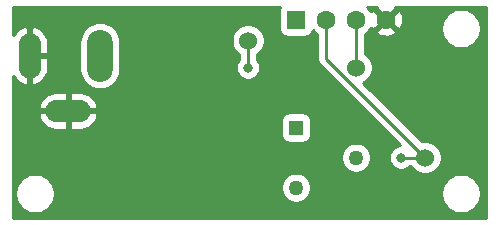
<source format=gbr>
%TF.GenerationSoftware,KiCad,Pcbnew,5.1.10*%
%TF.CreationDate,2021-11-16T14:47:03-07:00*%
%TF.ProjectId,L0003-Wheatstone-Bridge,4c303030-332d-4576-9865-617473746f6e,rev?*%
%TF.SameCoordinates,Original*%
%TF.FileFunction,Copper,L2,Bot*%
%TF.FilePolarity,Positive*%
%FSLAX46Y46*%
G04 Gerber Fmt 4.6, Leading zero omitted, Abs format (unit mm)*
G04 Created by KiCad (PCBNEW 5.1.10) date 2021-11-16 14:47:03*
%MOMM*%
%LPD*%
G01*
G04 APERTURE LIST*
%TA.AperFunction,ComponentPad*%
%ADD10O,2.200000X4.400000*%
%TD*%
%TA.AperFunction,ComponentPad*%
%ADD11O,1.900000X3.800000*%
%TD*%
%TA.AperFunction,ComponentPad*%
%ADD12O,3.800000X1.900000*%
%TD*%
%TA.AperFunction,ComponentPad*%
%ADD13C,1.605000*%
%TD*%
%TA.AperFunction,ComponentPad*%
%ADD14R,1.605000X1.605000*%
%TD*%
%TA.AperFunction,ComponentPad*%
%ADD15R,1.268000X1.268000*%
%TD*%
%TA.AperFunction,ComponentPad*%
%ADD16C,1.268000*%
%TD*%
%TA.AperFunction,SMDPad,CuDef*%
%ADD17C,1.524000*%
%TD*%
%TA.AperFunction,ViaPad*%
%ADD18C,0.800000*%
%TD*%
%TA.AperFunction,Conductor*%
%ADD19C,0.250000*%
%TD*%
%TA.AperFunction,Conductor*%
%ADD20C,0.254000*%
%TD*%
%TA.AperFunction,Conductor*%
%ADD21C,0.100000*%
%TD*%
G04 APERTURE END LIST*
D10*
%TO.P,P1,1*%
%TO.N,Net-(C1-Pad2)*%
X103289000Y-81026000D03*
D11*
%TO.P,P1,2*%
%TO.N,Earth*%
X97334000Y-81026000D03*
D12*
%TO.P,P1,3*%
X100584000Y-85716000D03*
%TD*%
D13*
%TO.P,P2,4*%
%TO.N,Earth*%
X127508000Y-77978000D03*
%TO.P,P2,3*%
%TO.N,Vout-*%
X124968000Y-77978000D03*
%TO.P,P2,2*%
%TO.N,Vout+*%
X122428000Y-77978000D03*
D14*
%TO.P,P2,1*%
%TO.N,+5V*%
X119888000Y-77978000D03*
%TD*%
D15*
%TO.P,R2,1*%
%TO.N,+5V*%
X119888000Y-87122000D03*
D16*
%TO.P,R2,2*%
%TO.N,Vout+*%
X124968000Y-89662000D03*
%TO.P,R2,3*%
%TO.N,Net-(R2-Pad3)*%
X119888000Y-92202000D03*
%TD*%
D17*
%TO.P,TP1,1*%
%TO.N,+5V*%
X115824000Y-79756000D03*
%TD*%
%TO.P,TP2,1*%
%TO.N,Vout+*%
X130810000Y-89662000D03*
%TD*%
%TO.P,TP3,1*%
%TO.N,Vout-*%
X124968000Y-82042000D03*
%TD*%
D18*
%TO.N,Earth*%
X109474000Y-89662000D03*
%TO.N,+5V*%
X115824000Y-82042000D03*
%TO.N,Vout+*%
X128778000Y-89662000D03*
%TD*%
D19*
%TO.N,+5V*%
X115824000Y-82042000D02*
X115824000Y-79756000D01*
%TO.N,Vout-*%
X124968000Y-77978000D02*
X124968000Y-82042000D01*
%TO.N,Vout+*%
X122428000Y-81280000D02*
X130810000Y-89662000D01*
X122428000Y-77978000D02*
X122428000Y-81280000D01*
X128778000Y-89662000D02*
X130810000Y-89662000D01*
%TD*%
D20*
%TO.N,Earth*%
X118495998Y-76931320D02*
X118459688Y-77051018D01*
X118447428Y-77175500D01*
X118447428Y-78780500D01*
X118459688Y-78904982D01*
X118495998Y-79024680D01*
X118554963Y-79134994D01*
X118634315Y-79231685D01*
X118731006Y-79311037D01*
X118841320Y-79370002D01*
X118961018Y-79406312D01*
X119085500Y-79418572D01*
X120690500Y-79418572D01*
X120814982Y-79406312D01*
X120934680Y-79370002D01*
X121044994Y-79311037D01*
X121141685Y-79231685D01*
X121221037Y-79134994D01*
X121280002Y-79024680D01*
X121316312Y-78904982D01*
X121316826Y-78899758D01*
X121511647Y-79094579D01*
X121668000Y-79199051D01*
X121668001Y-81242668D01*
X121664324Y-81280000D01*
X121668001Y-81317333D01*
X121674393Y-81382226D01*
X121678998Y-81428985D01*
X121722454Y-81572246D01*
X121793026Y-81704276D01*
X121864201Y-81791002D01*
X121888000Y-81820001D01*
X121916998Y-81843799D01*
X128700198Y-88627000D01*
X128676061Y-88627000D01*
X128476102Y-88666774D01*
X128287744Y-88744795D01*
X128118226Y-88858063D01*
X127974063Y-89002226D01*
X127860795Y-89171744D01*
X127782774Y-89360102D01*
X127743000Y-89560061D01*
X127743000Y-89763939D01*
X127782774Y-89963898D01*
X127860795Y-90152256D01*
X127974063Y-90321774D01*
X128118226Y-90465937D01*
X128287744Y-90579205D01*
X128476102Y-90657226D01*
X128676061Y-90697000D01*
X128879939Y-90697000D01*
X129079898Y-90657226D01*
X129268256Y-90579205D01*
X129437774Y-90465937D01*
X129481711Y-90422000D01*
X129637659Y-90422000D01*
X129724880Y-90552535D01*
X129919465Y-90747120D01*
X130148273Y-90900005D01*
X130402510Y-91005314D01*
X130672408Y-91059000D01*
X130947592Y-91059000D01*
X131217490Y-91005314D01*
X131471727Y-90900005D01*
X131700535Y-90747120D01*
X131895120Y-90552535D01*
X132048005Y-90323727D01*
X132153314Y-90069490D01*
X132207000Y-89799592D01*
X132207000Y-89524408D01*
X132153314Y-89254510D01*
X132048005Y-89000273D01*
X131895120Y-88771465D01*
X131700535Y-88576880D01*
X131471727Y-88423995D01*
X131217490Y-88318686D01*
X130947592Y-88265000D01*
X130672408Y-88265000D01*
X130518430Y-88295628D01*
X125539981Y-83317179D01*
X125629727Y-83280005D01*
X125858535Y-83127120D01*
X126053120Y-82932535D01*
X126206005Y-82703727D01*
X126311314Y-82449490D01*
X126365000Y-82179592D01*
X126365000Y-81904408D01*
X126311314Y-81634510D01*
X126206005Y-81380273D01*
X126053120Y-81151465D01*
X125858535Y-80956880D01*
X125728000Y-80869659D01*
X125728000Y-79199051D01*
X125884353Y-79094579D01*
X126006445Y-78972487D01*
X126693118Y-78972487D01*
X126765004Y-79216712D01*
X127020941Y-79337862D01*
X127295596Y-79406752D01*
X127578413Y-79420738D01*
X127858524Y-79379279D01*
X128125165Y-79283970D01*
X128250996Y-79216712D01*
X128322882Y-78972487D01*
X127508000Y-78157605D01*
X126693118Y-78972487D01*
X126006445Y-78972487D01*
X126084579Y-78894353D01*
X126238678Y-78663728D01*
X126269288Y-78720996D01*
X126513513Y-78792882D01*
X127328395Y-77978000D01*
X127687605Y-77978000D01*
X128502487Y-78792882D01*
X128746712Y-78720996D01*
X128816273Y-78574042D01*
X132173000Y-78574042D01*
X132173000Y-78905958D01*
X132237754Y-79231496D01*
X132364772Y-79538147D01*
X132549175Y-79814125D01*
X132783875Y-80048825D01*
X133059853Y-80233228D01*
X133366504Y-80360246D01*
X133692042Y-80425000D01*
X134023958Y-80425000D01*
X134349496Y-80360246D01*
X134656147Y-80233228D01*
X134932125Y-80048825D01*
X135166825Y-79814125D01*
X135351228Y-79538147D01*
X135478246Y-79231496D01*
X135543000Y-78905958D01*
X135543000Y-78574042D01*
X135478246Y-78248504D01*
X135351228Y-77941853D01*
X135166825Y-77665875D01*
X134932125Y-77431175D01*
X134656147Y-77246772D01*
X134349496Y-77119754D01*
X134023958Y-77055000D01*
X133692042Y-77055000D01*
X133366504Y-77119754D01*
X133059853Y-77246772D01*
X132783875Y-77431175D01*
X132549175Y-77665875D01*
X132364772Y-77941853D01*
X132237754Y-78248504D01*
X132173000Y-78574042D01*
X128816273Y-78574042D01*
X128867862Y-78465059D01*
X128936752Y-78190404D01*
X128950738Y-77907587D01*
X128909279Y-77627476D01*
X128813970Y-77360835D01*
X128746712Y-77235004D01*
X128502487Y-77163118D01*
X127687605Y-77978000D01*
X127328395Y-77978000D01*
X126513513Y-77163118D01*
X126269288Y-77235004D01*
X126240727Y-77295340D01*
X126084579Y-77061647D01*
X125932932Y-76910000D01*
X126714756Y-76910000D01*
X126693118Y-76983513D01*
X127508000Y-77798395D01*
X128322882Y-76983513D01*
X128301244Y-76910000D01*
X135942000Y-76910000D01*
X135942001Y-94794000D01*
X95960000Y-94794000D01*
X95960000Y-92544042D01*
X96105000Y-92544042D01*
X96105000Y-92875958D01*
X96169754Y-93201496D01*
X96296772Y-93508147D01*
X96481175Y-93784125D01*
X96715875Y-94018825D01*
X96991853Y-94203228D01*
X97298504Y-94330246D01*
X97624042Y-94395000D01*
X97955958Y-94395000D01*
X98281496Y-94330246D01*
X98588147Y-94203228D01*
X98864125Y-94018825D01*
X99098825Y-93784125D01*
X99283228Y-93508147D01*
X99410246Y-93201496D01*
X99475000Y-92875958D01*
X99475000Y-92544042D01*
X99410246Y-92218504D01*
X99351640Y-92077014D01*
X118619000Y-92077014D01*
X118619000Y-92326986D01*
X118667767Y-92572154D01*
X118763427Y-92803097D01*
X118902303Y-93010940D01*
X119079060Y-93187697D01*
X119286903Y-93326573D01*
X119517846Y-93422233D01*
X119763014Y-93471000D01*
X120012986Y-93471000D01*
X120258154Y-93422233D01*
X120489097Y-93326573D01*
X120696940Y-93187697D01*
X120873697Y-93010940D01*
X121012573Y-92803097D01*
X121108233Y-92572154D01*
X121113824Y-92544042D01*
X132173000Y-92544042D01*
X132173000Y-92875958D01*
X132237754Y-93201496D01*
X132364772Y-93508147D01*
X132549175Y-93784125D01*
X132783875Y-94018825D01*
X133059853Y-94203228D01*
X133366504Y-94330246D01*
X133692042Y-94395000D01*
X134023958Y-94395000D01*
X134349496Y-94330246D01*
X134656147Y-94203228D01*
X134932125Y-94018825D01*
X135166825Y-93784125D01*
X135351228Y-93508147D01*
X135478246Y-93201496D01*
X135543000Y-92875958D01*
X135543000Y-92544042D01*
X135478246Y-92218504D01*
X135351228Y-91911853D01*
X135166825Y-91635875D01*
X134932125Y-91401175D01*
X134656147Y-91216772D01*
X134349496Y-91089754D01*
X134023958Y-91025000D01*
X133692042Y-91025000D01*
X133366504Y-91089754D01*
X133059853Y-91216772D01*
X132783875Y-91401175D01*
X132549175Y-91635875D01*
X132364772Y-91911853D01*
X132237754Y-92218504D01*
X132173000Y-92544042D01*
X121113824Y-92544042D01*
X121157000Y-92326986D01*
X121157000Y-92077014D01*
X121108233Y-91831846D01*
X121012573Y-91600903D01*
X120873697Y-91393060D01*
X120696940Y-91216303D01*
X120489097Y-91077427D01*
X120258154Y-90981767D01*
X120012986Y-90933000D01*
X119763014Y-90933000D01*
X119517846Y-90981767D01*
X119286903Y-91077427D01*
X119079060Y-91216303D01*
X118902303Y-91393060D01*
X118763427Y-91600903D01*
X118667767Y-91831846D01*
X118619000Y-92077014D01*
X99351640Y-92077014D01*
X99283228Y-91911853D01*
X99098825Y-91635875D01*
X98864125Y-91401175D01*
X98588147Y-91216772D01*
X98281496Y-91089754D01*
X97955958Y-91025000D01*
X97624042Y-91025000D01*
X97298504Y-91089754D01*
X96991853Y-91216772D01*
X96715875Y-91401175D01*
X96481175Y-91635875D01*
X96296772Y-91911853D01*
X96169754Y-92218504D01*
X96105000Y-92544042D01*
X95960000Y-92544042D01*
X95960000Y-89537014D01*
X123699000Y-89537014D01*
X123699000Y-89786986D01*
X123747767Y-90032154D01*
X123843427Y-90263097D01*
X123982303Y-90470940D01*
X124159060Y-90647697D01*
X124366903Y-90786573D01*
X124597846Y-90882233D01*
X124843014Y-90931000D01*
X125092986Y-90931000D01*
X125338154Y-90882233D01*
X125569097Y-90786573D01*
X125776940Y-90647697D01*
X125953697Y-90470940D01*
X126092573Y-90263097D01*
X126188233Y-90032154D01*
X126237000Y-89786986D01*
X126237000Y-89537014D01*
X126188233Y-89291846D01*
X126092573Y-89060903D01*
X125953697Y-88853060D01*
X125776940Y-88676303D01*
X125569097Y-88537427D01*
X125338154Y-88441767D01*
X125092986Y-88393000D01*
X124843014Y-88393000D01*
X124597846Y-88441767D01*
X124366903Y-88537427D01*
X124159060Y-88676303D01*
X123982303Y-88853060D01*
X123843427Y-89060903D01*
X123747767Y-89291846D01*
X123699000Y-89537014D01*
X95960000Y-89537014D01*
X95960000Y-86088588D01*
X98093414Y-86088588D01*
X98121051Y-86205221D01*
X98245564Y-86490983D01*
X98423434Y-86746962D01*
X98647825Y-86963322D01*
X98910114Y-87131748D01*
X99200222Y-87245768D01*
X99507000Y-87301000D01*
X100457000Y-87301000D01*
X100457000Y-85843000D01*
X100711000Y-85843000D01*
X100711000Y-87301000D01*
X101661000Y-87301000D01*
X101967778Y-87245768D01*
X102257886Y-87131748D01*
X102520175Y-86963322D01*
X102744566Y-86746962D01*
X102922436Y-86490983D01*
X102923735Y-86488000D01*
X118615928Y-86488000D01*
X118615928Y-87756000D01*
X118628188Y-87880482D01*
X118664498Y-88000180D01*
X118723463Y-88110494D01*
X118802815Y-88207185D01*
X118899506Y-88286537D01*
X119009820Y-88345502D01*
X119129518Y-88381812D01*
X119254000Y-88394072D01*
X120522000Y-88394072D01*
X120646482Y-88381812D01*
X120766180Y-88345502D01*
X120876494Y-88286537D01*
X120973185Y-88207185D01*
X121052537Y-88110494D01*
X121111502Y-88000180D01*
X121147812Y-87880482D01*
X121160072Y-87756000D01*
X121160072Y-86488000D01*
X121147812Y-86363518D01*
X121111502Y-86243820D01*
X121052537Y-86133506D01*
X120973185Y-86036815D01*
X120876494Y-85957463D01*
X120766180Y-85898498D01*
X120646482Y-85862188D01*
X120522000Y-85849928D01*
X119254000Y-85849928D01*
X119129518Y-85862188D01*
X119009820Y-85898498D01*
X118899506Y-85957463D01*
X118802815Y-86036815D01*
X118723463Y-86133506D01*
X118664498Y-86243820D01*
X118628188Y-86363518D01*
X118615928Y-86488000D01*
X102923735Y-86488000D01*
X103046949Y-86205221D01*
X103074586Y-86088588D01*
X102954584Y-85843000D01*
X100711000Y-85843000D01*
X100457000Y-85843000D01*
X98213416Y-85843000D01*
X98093414Y-86088588D01*
X95960000Y-86088588D01*
X95960000Y-85343412D01*
X98093414Y-85343412D01*
X98213416Y-85589000D01*
X100457000Y-85589000D01*
X100457000Y-84131000D01*
X100711000Y-84131000D01*
X100711000Y-85589000D01*
X102954584Y-85589000D01*
X103074586Y-85343412D01*
X103046949Y-85226779D01*
X102922436Y-84941017D01*
X102744566Y-84685038D01*
X102520175Y-84468678D01*
X102257886Y-84300252D01*
X101967778Y-84186232D01*
X101661000Y-84131000D01*
X100711000Y-84131000D01*
X100457000Y-84131000D01*
X99507000Y-84131000D01*
X99200222Y-84186232D01*
X98910114Y-84300252D01*
X98647825Y-84468678D01*
X98423434Y-84685038D01*
X98245564Y-84941017D01*
X98121051Y-85226779D01*
X98093414Y-85343412D01*
X95960000Y-85343412D01*
X95960000Y-82764900D01*
X96086678Y-82962175D01*
X96303038Y-83186566D01*
X96559017Y-83364436D01*
X96844779Y-83488949D01*
X96961412Y-83516586D01*
X97207000Y-83396584D01*
X97207000Y-81153000D01*
X97461000Y-81153000D01*
X97461000Y-83396584D01*
X97706588Y-83516586D01*
X97823221Y-83488949D01*
X98108983Y-83364436D01*
X98364962Y-83186566D01*
X98581322Y-82962175D01*
X98749748Y-82699886D01*
X98863768Y-82409778D01*
X98899515Y-82211224D01*
X101554000Y-82211224D01*
X101579105Y-82466118D01*
X101678314Y-82793167D01*
X101839421Y-83094577D01*
X102056234Y-83358766D01*
X102320422Y-83575579D01*
X102621832Y-83736686D01*
X102948881Y-83835895D01*
X103289000Y-83869394D01*
X103629118Y-83835895D01*
X103956167Y-83736686D01*
X104257577Y-83575579D01*
X104521766Y-83358766D01*
X104738579Y-83094578D01*
X104899686Y-82793168D01*
X104998895Y-82466119D01*
X105024000Y-82211225D01*
X105024000Y-79840775D01*
X105002099Y-79618408D01*
X114427000Y-79618408D01*
X114427000Y-79893592D01*
X114480686Y-80163490D01*
X114585995Y-80417727D01*
X114738880Y-80646535D01*
X114933465Y-80841120D01*
X115064000Y-80928341D01*
X115064000Y-81338289D01*
X115020063Y-81382226D01*
X114906795Y-81551744D01*
X114828774Y-81740102D01*
X114789000Y-81940061D01*
X114789000Y-82143939D01*
X114828774Y-82343898D01*
X114906795Y-82532256D01*
X115020063Y-82701774D01*
X115164226Y-82845937D01*
X115333744Y-82959205D01*
X115522102Y-83037226D01*
X115722061Y-83077000D01*
X115925939Y-83077000D01*
X116125898Y-83037226D01*
X116314256Y-82959205D01*
X116483774Y-82845937D01*
X116627937Y-82701774D01*
X116741205Y-82532256D01*
X116819226Y-82343898D01*
X116859000Y-82143939D01*
X116859000Y-81940061D01*
X116819226Y-81740102D01*
X116741205Y-81551744D01*
X116627937Y-81382226D01*
X116584000Y-81338289D01*
X116584000Y-80928341D01*
X116714535Y-80841120D01*
X116909120Y-80646535D01*
X117062005Y-80417727D01*
X117167314Y-80163490D01*
X117221000Y-79893592D01*
X117221000Y-79618408D01*
X117167314Y-79348510D01*
X117062005Y-79094273D01*
X116909120Y-78865465D01*
X116714535Y-78670880D01*
X116485727Y-78517995D01*
X116231490Y-78412686D01*
X115961592Y-78359000D01*
X115686408Y-78359000D01*
X115416510Y-78412686D01*
X115162273Y-78517995D01*
X114933465Y-78670880D01*
X114738880Y-78865465D01*
X114585995Y-79094273D01*
X114480686Y-79348510D01*
X114427000Y-79618408D01*
X105002099Y-79618408D01*
X104998895Y-79585881D01*
X104899686Y-79258832D01*
X104738579Y-78957422D01*
X104521766Y-78693234D01*
X104257578Y-78476421D01*
X103956168Y-78315314D01*
X103629119Y-78216105D01*
X103289000Y-78182606D01*
X102948882Y-78216105D01*
X102621833Y-78315314D01*
X102320423Y-78476421D01*
X102056235Y-78693234D01*
X101839422Y-78957422D01*
X101678315Y-79258832D01*
X101579106Y-79585881D01*
X101554001Y-79840775D01*
X101554000Y-82211224D01*
X98899515Y-82211224D01*
X98919000Y-82103000D01*
X98919000Y-81153000D01*
X97461000Y-81153000D01*
X97207000Y-81153000D01*
X97187000Y-81153000D01*
X97187000Y-80899000D01*
X97207000Y-80899000D01*
X97207000Y-78655416D01*
X97461000Y-78655416D01*
X97461000Y-80899000D01*
X98919000Y-80899000D01*
X98919000Y-79949000D01*
X98863768Y-79642222D01*
X98749748Y-79352114D01*
X98581322Y-79089825D01*
X98364962Y-78865434D01*
X98108983Y-78687564D01*
X97823221Y-78563051D01*
X97706588Y-78535414D01*
X97461000Y-78655416D01*
X97207000Y-78655416D01*
X96961412Y-78535414D01*
X96844779Y-78563051D01*
X96559017Y-78687564D01*
X96303038Y-78865434D01*
X96086678Y-79089825D01*
X95960000Y-79287100D01*
X95960000Y-76910000D01*
X118507394Y-76910000D01*
X118495998Y-76931320D01*
%TA.AperFunction,Conductor*%
D21*
G36*
X118495998Y-76931320D02*
G01*
X118459688Y-77051018D01*
X118447428Y-77175500D01*
X118447428Y-78780500D01*
X118459688Y-78904982D01*
X118495998Y-79024680D01*
X118554963Y-79134994D01*
X118634315Y-79231685D01*
X118731006Y-79311037D01*
X118841320Y-79370002D01*
X118961018Y-79406312D01*
X119085500Y-79418572D01*
X120690500Y-79418572D01*
X120814982Y-79406312D01*
X120934680Y-79370002D01*
X121044994Y-79311037D01*
X121141685Y-79231685D01*
X121221037Y-79134994D01*
X121280002Y-79024680D01*
X121316312Y-78904982D01*
X121316826Y-78899758D01*
X121511647Y-79094579D01*
X121668000Y-79199051D01*
X121668001Y-81242668D01*
X121664324Y-81280000D01*
X121668001Y-81317333D01*
X121674393Y-81382226D01*
X121678998Y-81428985D01*
X121722454Y-81572246D01*
X121793026Y-81704276D01*
X121864201Y-81791002D01*
X121888000Y-81820001D01*
X121916998Y-81843799D01*
X128700198Y-88627000D01*
X128676061Y-88627000D01*
X128476102Y-88666774D01*
X128287744Y-88744795D01*
X128118226Y-88858063D01*
X127974063Y-89002226D01*
X127860795Y-89171744D01*
X127782774Y-89360102D01*
X127743000Y-89560061D01*
X127743000Y-89763939D01*
X127782774Y-89963898D01*
X127860795Y-90152256D01*
X127974063Y-90321774D01*
X128118226Y-90465937D01*
X128287744Y-90579205D01*
X128476102Y-90657226D01*
X128676061Y-90697000D01*
X128879939Y-90697000D01*
X129079898Y-90657226D01*
X129268256Y-90579205D01*
X129437774Y-90465937D01*
X129481711Y-90422000D01*
X129637659Y-90422000D01*
X129724880Y-90552535D01*
X129919465Y-90747120D01*
X130148273Y-90900005D01*
X130402510Y-91005314D01*
X130672408Y-91059000D01*
X130947592Y-91059000D01*
X131217490Y-91005314D01*
X131471727Y-90900005D01*
X131700535Y-90747120D01*
X131895120Y-90552535D01*
X132048005Y-90323727D01*
X132153314Y-90069490D01*
X132207000Y-89799592D01*
X132207000Y-89524408D01*
X132153314Y-89254510D01*
X132048005Y-89000273D01*
X131895120Y-88771465D01*
X131700535Y-88576880D01*
X131471727Y-88423995D01*
X131217490Y-88318686D01*
X130947592Y-88265000D01*
X130672408Y-88265000D01*
X130518430Y-88295628D01*
X125539981Y-83317179D01*
X125629727Y-83280005D01*
X125858535Y-83127120D01*
X126053120Y-82932535D01*
X126206005Y-82703727D01*
X126311314Y-82449490D01*
X126365000Y-82179592D01*
X126365000Y-81904408D01*
X126311314Y-81634510D01*
X126206005Y-81380273D01*
X126053120Y-81151465D01*
X125858535Y-80956880D01*
X125728000Y-80869659D01*
X125728000Y-79199051D01*
X125884353Y-79094579D01*
X126006445Y-78972487D01*
X126693118Y-78972487D01*
X126765004Y-79216712D01*
X127020941Y-79337862D01*
X127295596Y-79406752D01*
X127578413Y-79420738D01*
X127858524Y-79379279D01*
X128125165Y-79283970D01*
X128250996Y-79216712D01*
X128322882Y-78972487D01*
X127508000Y-78157605D01*
X126693118Y-78972487D01*
X126006445Y-78972487D01*
X126084579Y-78894353D01*
X126238678Y-78663728D01*
X126269288Y-78720996D01*
X126513513Y-78792882D01*
X127328395Y-77978000D01*
X127687605Y-77978000D01*
X128502487Y-78792882D01*
X128746712Y-78720996D01*
X128816273Y-78574042D01*
X132173000Y-78574042D01*
X132173000Y-78905958D01*
X132237754Y-79231496D01*
X132364772Y-79538147D01*
X132549175Y-79814125D01*
X132783875Y-80048825D01*
X133059853Y-80233228D01*
X133366504Y-80360246D01*
X133692042Y-80425000D01*
X134023958Y-80425000D01*
X134349496Y-80360246D01*
X134656147Y-80233228D01*
X134932125Y-80048825D01*
X135166825Y-79814125D01*
X135351228Y-79538147D01*
X135478246Y-79231496D01*
X135543000Y-78905958D01*
X135543000Y-78574042D01*
X135478246Y-78248504D01*
X135351228Y-77941853D01*
X135166825Y-77665875D01*
X134932125Y-77431175D01*
X134656147Y-77246772D01*
X134349496Y-77119754D01*
X134023958Y-77055000D01*
X133692042Y-77055000D01*
X133366504Y-77119754D01*
X133059853Y-77246772D01*
X132783875Y-77431175D01*
X132549175Y-77665875D01*
X132364772Y-77941853D01*
X132237754Y-78248504D01*
X132173000Y-78574042D01*
X128816273Y-78574042D01*
X128867862Y-78465059D01*
X128936752Y-78190404D01*
X128950738Y-77907587D01*
X128909279Y-77627476D01*
X128813970Y-77360835D01*
X128746712Y-77235004D01*
X128502487Y-77163118D01*
X127687605Y-77978000D01*
X127328395Y-77978000D01*
X126513513Y-77163118D01*
X126269288Y-77235004D01*
X126240727Y-77295340D01*
X126084579Y-77061647D01*
X125932932Y-76910000D01*
X126714756Y-76910000D01*
X126693118Y-76983513D01*
X127508000Y-77798395D01*
X128322882Y-76983513D01*
X128301244Y-76910000D01*
X135942000Y-76910000D01*
X135942001Y-94794000D01*
X95960000Y-94794000D01*
X95960000Y-92544042D01*
X96105000Y-92544042D01*
X96105000Y-92875958D01*
X96169754Y-93201496D01*
X96296772Y-93508147D01*
X96481175Y-93784125D01*
X96715875Y-94018825D01*
X96991853Y-94203228D01*
X97298504Y-94330246D01*
X97624042Y-94395000D01*
X97955958Y-94395000D01*
X98281496Y-94330246D01*
X98588147Y-94203228D01*
X98864125Y-94018825D01*
X99098825Y-93784125D01*
X99283228Y-93508147D01*
X99410246Y-93201496D01*
X99475000Y-92875958D01*
X99475000Y-92544042D01*
X99410246Y-92218504D01*
X99351640Y-92077014D01*
X118619000Y-92077014D01*
X118619000Y-92326986D01*
X118667767Y-92572154D01*
X118763427Y-92803097D01*
X118902303Y-93010940D01*
X119079060Y-93187697D01*
X119286903Y-93326573D01*
X119517846Y-93422233D01*
X119763014Y-93471000D01*
X120012986Y-93471000D01*
X120258154Y-93422233D01*
X120489097Y-93326573D01*
X120696940Y-93187697D01*
X120873697Y-93010940D01*
X121012573Y-92803097D01*
X121108233Y-92572154D01*
X121113824Y-92544042D01*
X132173000Y-92544042D01*
X132173000Y-92875958D01*
X132237754Y-93201496D01*
X132364772Y-93508147D01*
X132549175Y-93784125D01*
X132783875Y-94018825D01*
X133059853Y-94203228D01*
X133366504Y-94330246D01*
X133692042Y-94395000D01*
X134023958Y-94395000D01*
X134349496Y-94330246D01*
X134656147Y-94203228D01*
X134932125Y-94018825D01*
X135166825Y-93784125D01*
X135351228Y-93508147D01*
X135478246Y-93201496D01*
X135543000Y-92875958D01*
X135543000Y-92544042D01*
X135478246Y-92218504D01*
X135351228Y-91911853D01*
X135166825Y-91635875D01*
X134932125Y-91401175D01*
X134656147Y-91216772D01*
X134349496Y-91089754D01*
X134023958Y-91025000D01*
X133692042Y-91025000D01*
X133366504Y-91089754D01*
X133059853Y-91216772D01*
X132783875Y-91401175D01*
X132549175Y-91635875D01*
X132364772Y-91911853D01*
X132237754Y-92218504D01*
X132173000Y-92544042D01*
X121113824Y-92544042D01*
X121157000Y-92326986D01*
X121157000Y-92077014D01*
X121108233Y-91831846D01*
X121012573Y-91600903D01*
X120873697Y-91393060D01*
X120696940Y-91216303D01*
X120489097Y-91077427D01*
X120258154Y-90981767D01*
X120012986Y-90933000D01*
X119763014Y-90933000D01*
X119517846Y-90981767D01*
X119286903Y-91077427D01*
X119079060Y-91216303D01*
X118902303Y-91393060D01*
X118763427Y-91600903D01*
X118667767Y-91831846D01*
X118619000Y-92077014D01*
X99351640Y-92077014D01*
X99283228Y-91911853D01*
X99098825Y-91635875D01*
X98864125Y-91401175D01*
X98588147Y-91216772D01*
X98281496Y-91089754D01*
X97955958Y-91025000D01*
X97624042Y-91025000D01*
X97298504Y-91089754D01*
X96991853Y-91216772D01*
X96715875Y-91401175D01*
X96481175Y-91635875D01*
X96296772Y-91911853D01*
X96169754Y-92218504D01*
X96105000Y-92544042D01*
X95960000Y-92544042D01*
X95960000Y-89537014D01*
X123699000Y-89537014D01*
X123699000Y-89786986D01*
X123747767Y-90032154D01*
X123843427Y-90263097D01*
X123982303Y-90470940D01*
X124159060Y-90647697D01*
X124366903Y-90786573D01*
X124597846Y-90882233D01*
X124843014Y-90931000D01*
X125092986Y-90931000D01*
X125338154Y-90882233D01*
X125569097Y-90786573D01*
X125776940Y-90647697D01*
X125953697Y-90470940D01*
X126092573Y-90263097D01*
X126188233Y-90032154D01*
X126237000Y-89786986D01*
X126237000Y-89537014D01*
X126188233Y-89291846D01*
X126092573Y-89060903D01*
X125953697Y-88853060D01*
X125776940Y-88676303D01*
X125569097Y-88537427D01*
X125338154Y-88441767D01*
X125092986Y-88393000D01*
X124843014Y-88393000D01*
X124597846Y-88441767D01*
X124366903Y-88537427D01*
X124159060Y-88676303D01*
X123982303Y-88853060D01*
X123843427Y-89060903D01*
X123747767Y-89291846D01*
X123699000Y-89537014D01*
X95960000Y-89537014D01*
X95960000Y-86088588D01*
X98093414Y-86088588D01*
X98121051Y-86205221D01*
X98245564Y-86490983D01*
X98423434Y-86746962D01*
X98647825Y-86963322D01*
X98910114Y-87131748D01*
X99200222Y-87245768D01*
X99507000Y-87301000D01*
X100457000Y-87301000D01*
X100457000Y-85843000D01*
X100711000Y-85843000D01*
X100711000Y-87301000D01*
X101661000Y-87301000D01*
X101967778Y-87245768D01*
X102257886Y-87131748D01*
X102520175Y-86963322D01*
X102744566Y-86746962D01*
X102922436Y-86490983D01*
X102923735Y-86488000D01*
X118615928Y-86488000D01*
X118615928Y-87756000D01*
X118628188Y-87880482D01*
X118664498Y-88000180D01*
X118723463Y-88110494D01*
X118802815Y-88207185D01*
X118899506Y-88286537D01*
X119009820Y-88345502D01*
X119129518Y-88381812D01*
X119254000Y-88394072D01*
X120522000Y-88394072D01*
X120646482Y-88381812D01*
X120766180Y-88345502D01*
X120876494Y-88286537D01*
X120973185Y-88207185D01*
X121052537Y-88110494D01*
X121111502Y-88000180D01*
X121147812Y-87880482D01*
X121160072Y-87756000D01*
X121160072Y-86488000D01*
X121147812Y-86363518D01*
X121111502Y-86243820D01*
X121052537Y-86133506D01*
X120973185Y-86036815D01*
X120876494Y-85957463D01*
X120766180Y-85898498D01*
X120646482Y-85862188D01*
X120522000Y-85849928D01*
X119254000Y-85849928D01*
X119129518Y-85862188D01*
X119009820Y-85898498D01*
X118899506Y-85957463D01*
X118802815Y-86036815D01*
X118723463Y-86133506D01*
X118664498Y-86243820D01*
X118628188Y-86363518D01*
X118615928Y-86488000D01*
X102923735Y-86488000D01*
X103046949Y-86205221D01*
X103074586Y-86088588D01*
X102954584Y-85843000D01*
X100711000Y-85843000D01*
X100457000Y-85843000D01*
X98213416Y-85843000D01*
X98093414Y-86088588D01*
X95960000Y-86088588D01*
X95960000Y-85343412D01*
X98093414Y-85343412D01*
X98213416Y-85589000D01*
X100457000Y-85589000D01*
X100457000Y-84131000D01*
X100711000Y-84131000D01*
X100711000Y-85589000D01*
X102954584Y-85589000D01*
X103074586Y-85343412D01*
X103046949Y-85226779D01*
X102922436Y-84941017D01*
X102744566Y-84685038D01*
X102520175Y-84468678D01*
X102257886Y-84300252D01*
X101967778Y-84186232D01*
X101661000Y-84131000D01*
X100711000Y-84131000D01*
X100457000Y-84131000D01*
X99507000Y-84131000D01*
X99200222Y-84186232D01*
X98910114Y-84300252D01*
X98647825Y-84468678D01*
X98423434Y-84685038D01*
X98245564Y-84941017D01*
X98121051Y-85226779D01*
X98093414Y-85343412D01*
X95960000Y-85343412D01*
X95960000Y-82764900D01*
X96086678Y-82962175D01*
X96303038Y-83186566D01*
X96559017Y-83364436D01*
X96844779Y-83488949D01*
X96961412Y-83516586D01*
X97207000Y-83396584D01*
X97207000Y-81153000D01*
X97461000Y-81153000D01*
X97461000Y-83396584D01*
X97706588Y-83516586D01*
X97823221Y-83488949D01*
X98108983Y-83364436D01*
X98364962Y-83186566D01*
X98581322Y-82962175D01*
X98749748Y-82699886D01*
X98863768Y-82409778D01*
X98899515Y-82211224D01*
X101554000Y-82211224D01*
X101579105Y-82466118D01*
X101678314Y-82793167D01*
X101839421Y-83094577D01*
X102056234Y-83358766D01*
X102320422Y-83575579D01*
X102621832Y-83736686D01*
X102948881Y-83835895D01*
X103289000Y-83869394D01*
X103629118Y-83835895D01*
X103956167Y-83736686D01*
X104257577Y-83575579D01*
X104521766Y-83358766D01*
X104738579Y-83094578D01*
X104899686Y-82793168D01*
X104998895Y-82466119D01*
X105024000Y-82211225D01*
X105024000Y-79840775D01*
X105002099Y-79618408D01*
X114427000Y-79618408D01*
X114427000Y-79893592D01*
X114480686Y-80163490D01*
X114585995Y-80417727D01*
X114738880Y-80646535D01*
X114933465Y-80841120D01*
X115064000Y-80928341D01*
X115064000Y-81338289D01*
X115020063Y-81382226D01*
X114906795Y-81551744D01*
X114828774Y-81740102D01*
X114789000Y-81940061D01*
X114789000Y-82143939D01*
X114828774Y-82343898D01*
X114906795Y-82532256D01*
X115020063Y-82701774D01*
X115164226Y-82845937D01*
X115333744Y-82959205D01*
X115522102Y-83037226D01*
X115722061Y-83077000D01*
X115925939Y-83077000D01*
X116125898Y-83037226D01*
X116314256Y-82959205D01*
X116483774Y-82845937D01*
X116627937Y-82701774D01*
X116741205Y-82532256D01*
X116819226Y-82343898D01*
X116859000Y-82143939D01*
X116859000Y-81940061D01*
X116819226Y-81740102D01*
X116741205Y-81551744D01*
X116627937Y-81382226D01*
X116584000Y-81338289D01*
X116584000Y-80928341D01*
X116714535Y-80841120D01*
X116909120Y-80646535D01*
X117062005Y-80417727D01*
X117167314Y-80163490D01*
X117221000Y-79893592D01*
X117221000Y-79618408D01*
X117167314Y-79348510D01*
X117062005Y-79094273D01*
X116909120Y-78865465D01*
X116714535Y-78670880D01*
X116485727Y-78517995D01*
X116231490Y-78412686D01*
X115961592Y-78359000D01*
X115686408Y-78359000D01*
X115416510Y-78412686D01*
X115162273Y-78517995D01*
X114933465Y-78670880D01*
X114738880Y-78865465D01*
X114585995Y-79094273D01*
X114480686Y-79348510D01*
X114427000Y-79618408D01*
X105002099Y-79618408D01*
X104998895Y-79585881D01*
X104899686Y-79258832D01*
X104738579Y-78957422D01*
X104521766Y-78693234D01*
X104257578Y-78476421D01*
X103956168Y-78315314D01*
X103629119Y-78216105D01*
X103289000Y-78182606D01*
X102948882Y-78216105D01*
X102621833Y-78315314D01*
X102320423Y-78476421D01*
X102056235Y-78693234D01*
X101839422Y-78957422D01*
X101678315Y-79258832D01*
X101579106Y-79585881D01*
X101554001Y-79840775D01*
X101554000Y-82211224D01*
X98899515Y-82211224D01*
X98919000Y-82103000D01*
X98919000Y-81153000D01*
X97461000Y-81153000D01*
X97207000Y-81153000D01*
X97187000Y-81153000D01*
X97187000Y-80899000D01*
X97207000Y-80899000D01*
X97207000Y-78655416D01*
X97461000Y-78655416D01*
X97461000Y-80899000D01*
X98919000Y-80899000D01*
X98919000Y-79949000D01*
X98863768Y-79642222D01*
X98749748Y-79352114D01*
X98581322Y-79089825D01*
X98364962Y-78865434D01*
X98108983Y-78687564D01*
X97823221Y-78563051D01*
X97706588Y-78535414D01*
X97461000Y-78655416D01*
X97207000Y-78655416D01*
X96961412Y-78535414D01*
X96844779Y-78563051D01*
X96559017Y-78687564D01*
X96303038Y-78865434D01*
X96086678Y-79089825D01*
X95960000Y-79287100D01*
X95960000Y-76910000D01*
X118507394Y-76910000D01*
X118495998Y-76931320D01*
G37*
%TD.AperFunction*%
%TD*%
M02*

</source>
